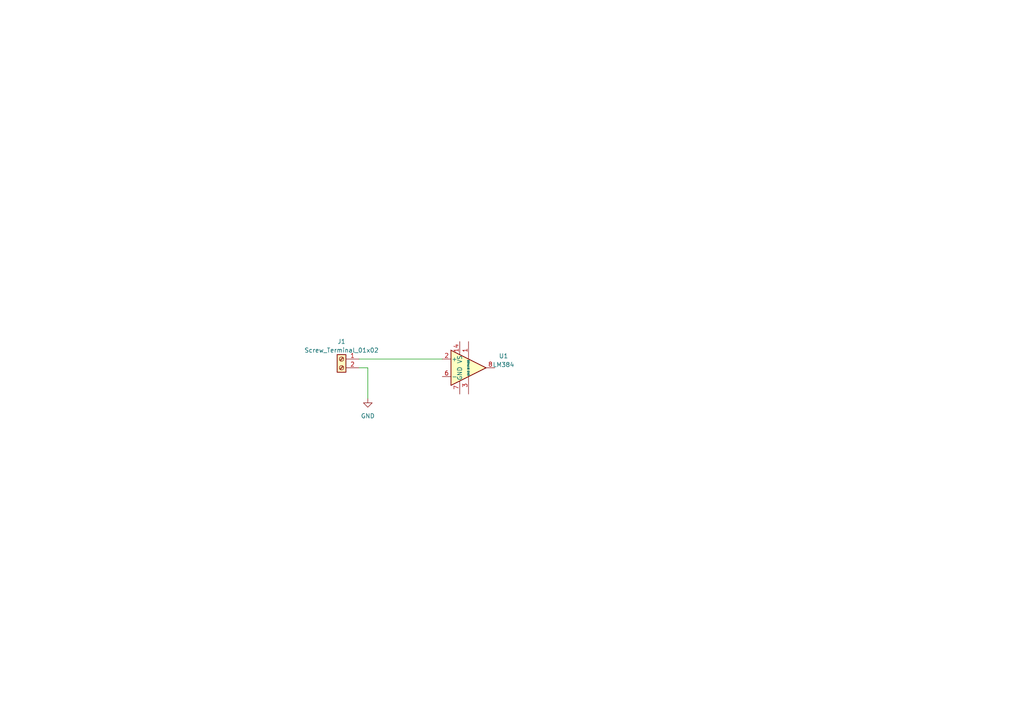
<source format=kicad_sch>
(kicad_sch (version 20230121) (generator eeschema)
  (paper "A4")
  (lib_symbols
    (symbol "Amplifier_Audio:LM384" (pin_names (offset 0.127))
      (property "Reference" "U" (at 5.08 6.35 0))
      (property "Value" "LM384" (at 5.08 3.81 0))
      (symbol "LM384_0_1"
        (polyline (pts (xy -5.08 5.08) (xy 5.08 0) (xy -5.08 -5.08) (xy -5.08 5.08)) (stroke (width 0.254)) (fill (type background)))
      )
      (symbol "LM384_1_1"
        (pin passive line (at 0 7.62 270) (length 5.08) (name "BYPASS") (number "1"))
        (pin passive line (at 0 -7.62 90) (length 5.08) hide (name "GND") (number "10"))
        (pin passive line (at 0 -7.62 90) (length 5.08) hide (name "GND") (number "11"))
        (pin passive line (at 0 -7.62 90) (length 5.08) hide (name "GND") (number "12"))
        (pin no_connect line (at 0 2.54 270) (length 2.54) hide (name "NC") (number "13"))
        (pin power_in line (at -2.54 7.62 270) (length 3.81) (name "VS") (number "14"))
        (pin input line (at -7.62 2.54 0) (length 2.54) (name "+") (number "2"))
        (pin power_in line (at 0 -7.62 90) (length 5.08) (name "GND") (number "3"))
        (pin passive line (at 0 -7.62 90) (length 5.08) hide (name "GND") (number "4"))
        (pin passive line (at 0 -7.62 90) (length 5.08) hide (name "GND") (number "5"))
        (pin input line (at -7.62 -2.54 0) (length 2.54) (name "-") (number "6"))
        (pin power_in line (at -2.54 -7.62 90) (length 3.81) (name "GND") (number "7"))
        (pin output line (at 7.62 0 180) (length 2.54) (name "~") (number "8"))
        (pin no_connect line (at -2.54 2.54 270) (length 2.54) hide (name "NC") (number "9"))
      )
    )
    (symbol "Connector:Screw_Terminal_01x02" (pin_names (offset 1.016) hide)
      (property "Reference" "J" (at 0 2.54 0))
      (property "Value" "Screw_Terminal_01x02" (at 0 -5.08 0))
      (symbol "Screw_Terminal_01x02_1_1"
        (rectangle (start -1.27 1.27) (end 1.27 -3.81) (stroke (width 0.254)) (fill (type background)))
        (circle (center 0 -2.54) (radius 0.635) (stroke (width 0.1524)))
        (polyline (pts (xy -0.5334 -2.2098) (xy 0.3302 -3.048)) (stroke (width 0.1524)))
        (polyline (pts (xy -0.5334 0.3302) (xy 0.3302 -0.508)) (stroke (width 0.1524)))
        (polyline (pts (xy -0.3556 -2.032) (xy 0.508 -2.8702)) (stroke (width 0.1524)))
        (polyline (pts (xy -0.3556 0.508) (xy 0.508 -0.3302)) (stroke (width 0.1524)))
        (circle (center 0 0) (radius 0.635) (stroke (width 0.1524)))
        (pin passive line (at -5.08 0 0) (length 3.81) (name "Pin_1") (number "1"))
        (pin passive line (at -5.08 -2.54 0) (length 3.81) (name "Pin_2") (number "2"))
      )
    )
    (symbol "power:GND" (power) (pin_names (offset 0))
      (property "Value" "GND" (at 0 -3.81 0))
      (symbol "GND_0_1"
        (polyline (pts (xy 0 0) (xy 0 -1.27) (xy 1.27 -1.27) (xy 0 -2.54) (xy -1.27 -1.27) (xy 0 -1.27)))
      )
      (symbol "GND_1_1"
        (pin power_in line (at 0 0 270) (length 0) hide (name "GND") (number "1"))
      )
    )
  )
  (wire (pts (xy 104.14 106.68) (xy 106.68 106.68)))
  (wire (pts (xy 106.68 106.68) (xy 106.68 115.57)))
  (wire (pts (xy 104.14 104.14) (xy 128.27 104.14)))
  (symbol (lib_id "Amplifier_Audio:LM384") (at 135.89 106.68 0) (unit 1)
    (property "Reference" "U1" (at 146.05 103.2511 0))
    (property "Value" "LM384" (at 146.05 105.7911 0))
    (property "Footprint" "Package_DIP:DIP-14_W7.62mm" (effects hide))
    (property "Datasheet" "http://www.ti.com/lit/ds/symlink/lm384.pdf" (effects hide))
  )
  (symbol (lib_id "power:GND") (at 106.68 115.57 0) (unit 1)
    (property "Reference" "#PWR01" (effects hide))
    (property "Value" "GND" (at 106.68 120.65 0))
  )
  (symbol (lib_id "Connector:Screw_Terminal_01x02") (at 99.06 104.14 0) (mirror y) (unit 1)
    (property "Reference" "J1" (at 99.06 99.06 0))
    (property "Value" "Screw_Terminal_01x02" (at 99.06 101.6 0))
  )
)
</source>
